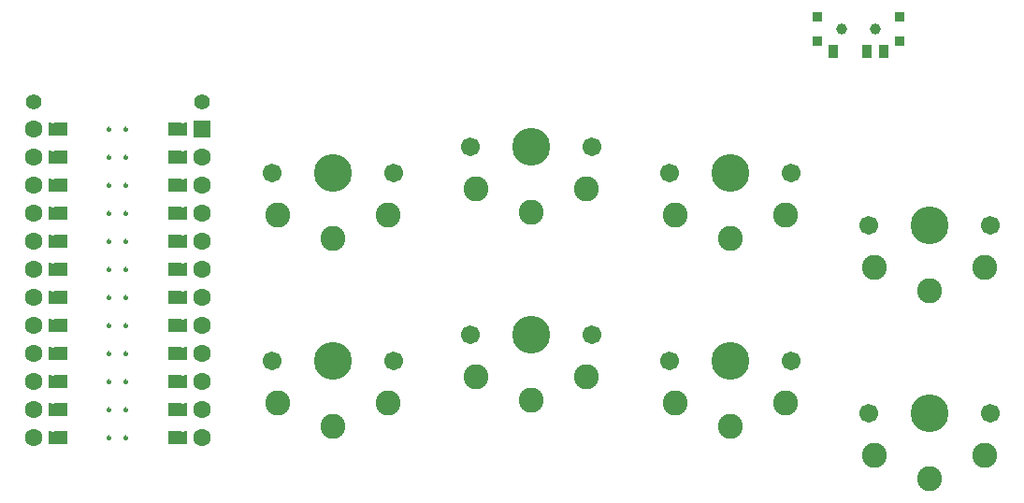
<source format=gbs>
%TF.GenerationSoftware,KiCad,Pcbnew,(6.0.10)*%
%TF.CreationDate,2023-01-30T20:00:38-06:00*%
%TF.ProjectId,mypaintbrush_normal,6d797061-696e-4746-9272-7573685f6e6f,rev?*%
%TF.SameCoordinates,Original*%
%TF.FileFunction,Soldermask,Bot*%
%TF.FilePolarity,Negative*%
%FSLAX46Y46*%
G04 Gerber Fmt 4.6, Leading zero omitted, Abs format (unit mm)*
G04 Created by KiCad (PCBNEW (6.0.10)) date 2023-01-30 20:00:38*
%MOMM*%
%LPD*%
G01*
G04 APERTURE LIST*
G04 Aperture macros list*
%AMFreePoly0*
4,1,6,0.600000,0.200000,0.000000,-0.400000,-0.600000,0.200000,-0.600000,0.400000,0.600000,0.400000,0.600000,0.200000,0.600000,0.200000,$1*%
%AMFreePoly1*
4,1,6,0.600000,-0.250000,-0.600000,-0.250000,-0.600000,1.000000,0.000000,0.400000,0.600000,1.000000,0.600000,-0.250000,0.600000,-0.250000,$1*%
G04 Aperture macros list end*
%ADD10C,0.250000*%
%ADD11C,0.100000*%
%ADD12C,3.429000*%
%ADD13C,1.701800*%
%ADD14C,2.262000*%
%ADD15FreePoly0,270.000000*%
%ADD16C,1.600000*%
%ADD17R,1.600000X1.600000*%
%ADD18FreePoly0,90.000000*%
%ADD19FreePoly1,270.000000*%
%ADD20FreePoly1,90.000000*%
%ADD21C,1.397000*%
%ADD22C,1.000000*%
%ADD23R,0.900000X0.900000*%
%ADD24R,0.900000X1.250000*%
G04 APERTURE END LIST*
D10*
%TO.C,U1*%
X85764737Y-47409424D02*
G75*
G03*
X85764737Y-47409424I-125000J0D01*
G01*
X85764737Y-37249424D02*
G75*
G03*
X85764737Y-37249424I-125000J0D01*
G01*
X85764737Y-42329424D02*
G75*
G03*
X85764737Y-42329424I-125000J0D01*
G01*
X87288737Y-42329424D02*
G75*
G03*
X87288737Y-42329424I-125000J0D01*
G01*
X85764737Y-52489424D02*
G75*
G03*
X85764737Y-52489424I-125000J0D01*
G01*
X87288737Y-49949424D02*
G75*
G03*
X87288737Y-49949424I-125000J0D01*
G01*
X85764737Y-55029424D02*
G75*
G03*
X85764737Y-55029424I-125000J0D01*
G01*
X85764737Y-34709424D02*
G75*
G03*
X85764737Y-34709424I-125000J0D01*
G01*
X87288737Y-32169424D02*
G75*
G03*
X87288737Y-32169424I-125000J0D01*
G01*
X85764737Y-44869424D02*
G75*
G03*
X85764737Y-44869424I-125000J0D01*
G01*
X85764737Y-29629424D02*
G75*
G03*
X85764737Y-29629424I-125000J0D01*
G01*
X85764737Y-57569424D02*
G75*
G03*
X85764737Y-57569424I-125000J0D01*
G01*
X87288737Y-37249424D02*
G75*
G03*
X87288737Y-37249424I-125000J0D01*
G01*
X87288737Y-47409424D02*
G75*
G03*
X87288737Y-47409424I-125000J0D01*
G01*
X87288737Y-44869424D02*
G75*
G03*
X87288737Y-44869424I-125000J0D01*
G01*
X87288737Y-34709424D02*
G75*
G03*
X87288737Y-34709424I-125000J0D01*
G01*
X87288737Y-29629424D02*
G75*
G03*
X87288737Y-29629424I-125000J0D01*
G01*
X87288737Y-55029424D02*
G75*
G03*
X87288737Y-55029424I-125000J0D01*
G01*
X87288737Y-57569424D02*
G75*
G03*
X87288737Y-57569424I-125000J0D01*
G01*
X85764737Y-39789424D02*
G75*
G03*
X85764737Y-39789424I-125000J0D01*
G01*
X87288737Y-39789424D02*
G75*
G03*
X87288737Y-39789424I-125000J0D01*
G01*
X87288737Y-52489424D02*
G75*
G03*
X87288737Y-52489424I-125000J0D01*
G01*
X85764737Y-49949424D02*
G75*
G03*
X85764737Y-49949424I-125000J0D01*
G01*
X85764737Y-32169424D02*
G75*
G03*
X85764737Y-32169424I-125000J0D01*
G01*
G36*
X81321737Y-58077424D02*
G01*
X80305737Y-58077424D01*
X80305737Y-57061424D01*
X81321737Y-57061424D01*
X81321737Y-58077424D01*
G37*
D11*
X81321737Y-58077424D02*
X80305737Y-58077424D01*
X80305737Y-57061424D01*
X81321737Y-57061424D01*
X81321737Y-58077424D01*
G36*
X92497737Y-58077424D02*
G01*
X91481737Y-58077424D01*
X91481737Y-57061424D01*
X92497737Y-57061424D01*
X92497737Y-58077424D01*
G37*
X92497737Y-58077424D02*
X91481737Y-58077424D01*
X91481737Y-57061424D01*
X92497737Y-57061424D01*
X92497737Y-58077424D01*
G36*
X92497737Y-45377424D02*
G01*
X91481737Y-45377424D01*
X91481737Y-44361424D01*
X92497737Y-44361424D01*
X92497737Y-45377424D01*
G37*
X92497737Y-45377424D02*
X91481737Y-45377424D01*
X91481737Y-44361424D01*
X92497737Y-44361424D01*
X92497737Y-45377424D01*
G36*
X81321737Y-32677424D02*
G01*
X80305737Y-32677424D01*
X80305737Y-31661424D01*
X81321737Y-31661424D01*
X81321737Y-32677424D01*
G37*
X81321737Y-32677424D02*
X80305737Y-32677424D01*
X80305737Y-31661424D01*
X81321737Y-31661424D01*
X81321737Y-32677424D01*
G36*
X92497737Y-55537424D02*
G01*
X91481737Y-55537424D01*
X91481737Y-54521424D01*
X92497737Y-54521424D01*
X92497737Y-55537424D01*
G37*
X92497737Y-55537424D02*
X91481737Y-55537424D01*
X91481737Y-54521424D01*
X92497737Y-54521424D01*
X92497737Y-55537424D01*
G36*
X81321737Y-37757424D02*
G01*
X80305737Y-37757424D01*
X80305737Y-36741424D01*
X81321737Y-36741424D01*
X81321737Y-37757424D01*
G37*
X81321737Y-37757424D02*
X80305737Y-37757424D01*
X80305737Y-36741424D01*
X81321737Y-36741424D01*
X81321737Y-37757424D01*
G36*
X92497737Y-37757424D02*
G01*
X91481737Y-37757424D01*
X91481737Y-36741424D01*
X92497737Y-36741424D01*
X92497737Y-37757424D01*
G37*
X92497737Y-37757424D02*
X91481737Y-37757424D01*
X91481737Y-36741424D01*
X92497737Y-36741424D01*
X92497737Y-37757424D01*
G36*
X92497737Y-35217424D02*
G01*
X91481737Y-35217424D01*
X91481737Y-34201424D01*
X92497737Y-34201424D01*
X92497737Y-35217424D01*
G37*
X92497737Y-35217424D02*
X91481737Y-35217424D01*
X91481737Y-34201424D01*
X92497737Y-34201424D01*
X92497737Y-35217424D01*
G36*
X92497737Y-52997424D02*
G01*
X91481737Y-52997424D01*
X91481737Y-51981424D01*
X92497737Y-51981424D01*
X92497737Y-52997424D01*
G37*
X92497737Y-52997424D02*
X91481737Y-52997424D01*
X91481737Y-51981424D01*
X92497737Y-51981424D01*
X92497737Y-52997424D01*
G36*
X92497737Y-32677424D02*
G01*
X91481737Y-32677424D01*
X91481737Y-31661424D01*
X92497737Y-31661424D01*
X92497737Y-32677424D01*
G37*
X92497737Y-32677424D02*
X91481737Y-32677424D01*
X91481737Y-31661424D01*
X92497737Y-31661424D01*
X92497737Y-32677424D01*
G36*
X92497737Y-40297424D02*
G01*
X91481737Y-40297424D01*
X91481737Y-39281424D01*
X92497737Y-39281424D01*
X92497737Y-40297424D01*
G37*
X92497737Y-40297424D02*
X91481737Y-40297424D01*
X91481737Y-39281424D01*
X92497737Y-39281424D01*
X92497737Y-40297424D01*
G36*
X81321737Y-35217424D02*
G01*
X80305737Y-35217424D01*
X80305737Y-34201424D01*
X81321737Y-34201424D01*
X81321737Y-35217424D01*
G37*
X81321737Y-35217424D02*
X80305737Y-35217424D01*
X80305737Y-34201424D01*
X81321737Y-34201424D01*
X81321737Y-35217424D01*
G36*
X81321737Y-47917424D02*
G01*
X80305737Y-47917424D01*
X80305737Y-46901424D01*
X81321737Y-46901424D01*
X81321737Y-47917424D01*
G37*
X81321737Y-47917424D02*
X80305737Y-47917424D01*
X80305737Y-46901424D01*
X81321737Y-46901424D01*
X81321737Y-47917424D01*
G36*
X81321737Y-45377424D02*
G01*
X80305737Y-45377424D01*
X80305737Y-44361424D01*
X81321737Y-44361424D01*
X81321737Y-45377424D01*
G37*
X81321737Y-45377424D02*
X80305737Y-45377424D01*
X80305737Y-44361424D01*
X81321737Y-44361424D01*
X81321737Y-45377424D01*
G36*
X81321737Y-42837424D02*
G01*
X80305737Y-42837424D01*
X80305737Y-41821424D01*
X81321737Y-41821424D01*
X81321737Y-42837424D01*
G37*
X81321737Y-42837424D02*
X80305737Y-42837424D01*
X80305737Y-41821424D01*
X81321737Y-41821424D01*
X81321737Y-42837424D01*
G36*
X81321737Y-30137424D02*
G01*
X80305737Y-30137424D01*
X80305737Y-29121424D01*
X81321737Y-29121424D01*
X81321737Y-30137424D01*
G37*
X81321737Y-30137424D02*
X80305737Y-30137424D01*
X80305737Y-29121424D01*
X81321737Y-29121424D01*
X81321737Y-30137424D01*
G36*
X81321737Y-40297424D02*
G01*
X80305737Y-40297424D01*
X80305737Y-39281424D01*
X81321737Y-39281424D01*
X81321737Y-40297424D01*
G37*
X81321737Y-40297424D02*
X80305737Y-40297424D01*
X80305737Y-39281424D01*
X81321737Y-39281424D01*
X81321737Y-40297424D01*
G36*
X81321737Y-50457424D02*
G01*
X80305737Y-50457424D01*
X80305737Y-49441424D01*
X81321737Y-49441424D01*
X81321737Y-50457424D01*
G37*
X81321737Y-50457424D02*
X80305737Y-50457424D01*
X80305737Y-49441424D01*
X81321737Y-49441424D01*
X81321737Y-50457424D01*
G36*
X92497737Y-42837424D02*
G01*
X91481737Y-42837424D01*
X91481737Y-41821424D01*
X92497737Y-41821424D01*
X92497737Y-42837424D01*
G37*
X92497737Y-42837424D02*
X91481737Y-42837424D01*
X91481737Y-41821424D01*
X92497737Y-41821424D01*
X92497737Y-42837424D01*
G36*
X81321737Y-52997424D02*
G01*
X80305737Y-52997424D01*
X80305737Y-51981424D01*
X81321737Y-51981424D01*
X81321737Y-52997424D01*
G37*
X81321737Y-52997424D02*
X80305737Y-52997424D01*
X80305737Y-51981424D01*
X81321737Y-51981424D01*
X81321737Y-52997424D01*
G36*
X92497737Y-30137424D02*
G01*
X91481737Y-30137424D01*
X91481737Y-29121424D01*
X92497737Y-29121424D01*
X92497737Y-30137424D01*
G37*
X92497737Y-30137424D02*
X91481737Y-30137424D01*
X91481737Y-29121424D01*
X92497737Y-29121424D01*
X92497737Y-30137424D01*
G36*
X92497737Y-47917424D02*
G01*
X91481737Y-47917424D01*
X91481737Y-46901424D01*
X92497737Y-46901424D01*
X92497737Y-47917424D01*
G37*
X92497737Y-47917424D02*
X91481737Y-47917424D01*
X91481737Y-46901424D01*
X92497737Y-46901424D01*
X92497737Y-47917424D01*
G36*
X92497737Y-50457424D02*
G01*
X91481737Y-50457424D01*
X91481737Y-49441424D01*
X92497737Y-49441424D01*
X92497737Y-50457424D01*
G37*
X92497737Y-50457424D02*
X91481737Y-50457424D01*
X91481737Y-49441424D01*
X92497737Y-49441424D01*
X92497737Y-50457424D01*
G36*
X81321737Y-55537424D02*
G01*
X80305737Y-55537424D01*
X80305737Y-54521424D01*
X81321737Y-54521424D01*
X81321737Y-55537424D01*
G37*
X81321737Y-55537424D02*
X80305737Y-55537424D01*
X80305737Y-54521424D01*
X81321737Y-54521424D01*
X81321737Y-55537424D01*
%TD*%
D12*
%TO.C,KEY2*%
X123901737Y-31219424D03*
D13*
X118401737Y-31219424D03*
X129401737Y-31219424D03*
D14*
X123901737Y-37119424D03*
X128901737Y-35019424D03*
X118901737Y-35019424D03*
%TD*%
D12*
%TO.C,KEY3*%
X141901739Y-33599426D03*
D13*
X147401739Y-33599426D03*
X136401739Y-33599426D03*
D14*
X141901739Y-39499426D03*
X136901739Y-37399426D03*
X146901739Y-37399426D03*
%TD*%
D13*
%TO.C,KEY4*%
X165401737Y-38349424D03*
D12*
X159901737Y-38349424D03*
D13*
X154401737Y-38349424D03*
D14*
X159901737Y-44249424D03*
X154901737Y-42149424D03*
X164901737Y-42149424D03*
%TD*%
D13*
%TO.C,KEY6*%
X118401739Y-48219424D03*
D12*
X123901739Y-48219424D03*
D13*
X129401739Y-48219424D03*
D14*
X123901739Y-54119424D03*
X118901739Y-52019424D03*
X128901739Y-52019424D03*
%TD*%
D13*
%TO.C,KEY7*%
X136401739Y-50599426D03*
X147401739Y-50599426D03*
D12*
X141901739Y-50599426D03*
D14*
X141901739Y-56499426D03*
X136901739Y-54399426D03*
X146901739Y-54399426D03*
%TD*%
D13*
%TO.C,KEY8*%
X154401739Y-55349423D03*
X165401739Y-55349423D03*
D12*
X159901739Y-55349423D03*
D14*
X159901739Y-61249423D03*
X154901739Y-59149423D03*
X164901739Y-59149423D03*
%TD*%
D13*
%TO.C,KEY1*%
X100401737Y-33599424D03*
D12*
X105901737Y-33599424D03*
D13*
X111401737Y-33599424D03*
D14*
X105901737Y-39499424D03*
X100901737Y-37399424D03*
X110901737Y-37399424D03*
%TD*%
D13*
%TO.C,KEY5*%
X111401736Y-50599424D03*
D12*
X105901736Y-50599424D03*
D13*
X100401736Y-50599424D03*
D14*
X105901736Y-56499424D03*
X110901736Y-54399424D03*
X100901736Y-54399424D03*
%TD*%
D15*
%TO.C,U1*%
X92243737Y-47409424D03*
X92243737Y-55029424D03*
D16*
X94021737Y-39789424D03*
D15*
X92243737Y-39789424D03*
X92243737Y-34709424D03*
D17*
X94021737Y-29629424D03*
D18*
X80559737Y-42329424D03*
D16*
X94021737Y-29629424D03*
D18*
X80559737Y-32169424D03*
D16*
X94021737Y-32169424D03*
X94021737Y-37249424D03*
X78781737Y-32169424D03*
X94021737Y-47409424D03*
D18*
X80559737Y-39789424D03*
X80559737Y-37249424D03*
X80559737Y-29629424D03*
D16*
X94021737Y-55029424D03*
D18*
X80559737Y-52489424D03*
D16*
X94021737Y-49949424D03*
X78781737Y-55029424D03*
X78781737Y-47409424D03*
D15*
X92243737Y-49949424D03*
D16*
X78781737Y-34709424D03*
X94021737Y-42329424D03*
X78781737Y-44869424D03*
X94021737Y-52489424D03*
D15*
X92243737Y-29629424D03*
X92243737Y-57569424D03*
D18*
X80559737Y-57569424D03*
D15*
X92243737Y-32169424D03*
D18*
X80559737Y-44869424D03*
D16*
X94021737Y-34709424D03*
X94021737Y-57569424D03*
X78781737Y-39789424D03*
X94021737Y-44869424D03*
D15*
X92243737Y-42329424D03*
D16*
X78781737Y-57569424D03*
X78781737Y-29629424D03*
D18*
X80559737Y-34709424D03*
D15*
X92243737Y-37249424D03*
D18*
X80559737Y-49949424D03*
D15*
X92243737Y-44869424D03*
D18*
X80559737Y-47409424D03*
X80559737Y-55029424D03*
D16*
X78781737Y-52489424D03*
X78781737Y-42329424D03*
X78781737Y-37249424D03*
D15*
X92243737Y-52489424D03*
D16*
X78781737Y-49949424D03*
D19*
X91227737Y-29629424D03*
X91227737Y-32169424D03*
X91227737Y-34709424D03*
X91227737Y-37249424D03*
X91227737Y-39789424D03*
X91227737Y-42329424D03*
X91227737Y-44869424D03*
X91227737Y-47409424D03*
X91227737Y-49949424D03*
X91227737Y-52489424D03*
X91227737Y-55029424D03*
X91227737Y-57569424D03*
D20*
X81575737Y-57569424D03*
X81575737Y-55029424D03*
X81575737Y-52489424D03*
X81575737Y-49949424D03*
X81575737Y-47409424D03*
X81575737Y-44869424D03*
X81575737Y-42329424D03*
X81575737Y-39789424D03*
X81575737Y-37249424D03*
X81575737Y-34709424D03*
X81575737Y-32169424D03*
X81575737Y-29629424D03*
%TD*%
D21*
%TO.C,Bat+1*%
X94021737Y-27129424D03*
%TD*%
%TO.C,BatGND1*%
X78781737Y-27129424D03*
%TD*%
D22*
%TO.C,SW_POWER1*%
X155001736Y-20511924D03*
X152001736Y-20511924D03*
D23*
X157201736Y-19411924D03*
X149801736Y-19411924D03*
X149801736Y-21611924D03*
X157201736Y-21611924D03*
D24*
X151251736Y-22586924D03*
X154251736Y-22586923D03*
X155751736Y-22586924D03*
%TD*%
M02*

</source>
